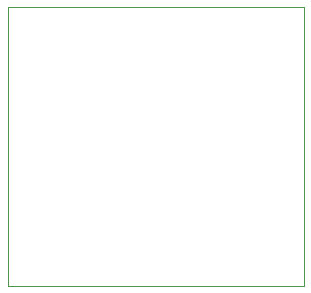
<source format=gbr>
%TF.GenerationSoftware,KiCad,Pcbnew,8.0.7*%
%TF.CreationDate,2025-01-14T17:05:08-05:00*%
%TF.ProjectId,Circuit Power Module,43697263-7569-4742-9050-6f776572204d,rev?*%
%TF.SameCoordinates,Original*%
%TF.FileFunction,Profile,NP*%
%FSLAX46Y46*%
G04 Gerber Fmt 4.6, Leading zero omitted, Abs format (unit mm)*
G04 Created by KiCad (PCBNEW 8.0.7) date 2025-01-14 17:05:08*
%MOMM*%
%LPD*%
G01*
G04 APERTURE LIST*
%TA.AperFunction,Profile*%
%ADD10C,0.050000*%
%TD*%
G04 APERTURE END LIST*
D10*
X68910000Y-50860000D02*
X93970000Y-50860000D01*
X93970000Y-74420000D01*
X68910000Y-74420000D01*
X68910000Y-50860000D01*
M02*

</source>
